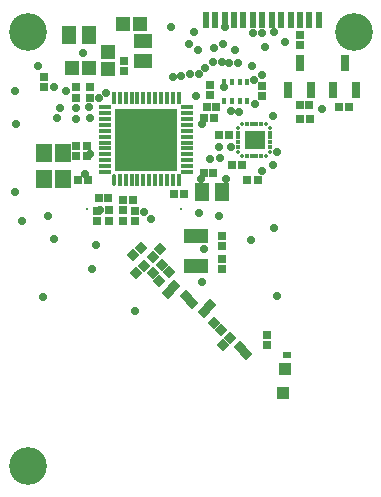
<source format=gts>
%FSTAX23Y23*%
%MOIN*%
%SFA1B1*%

%IPPOS*%
%AMD47*
4,1,8,0.002000,0.007900,-0.002000,0.007900,-0.005900,0.003900,-0.005900,-0.003900,-0.002000,-0.007900,0.002000,-0.007900,0.005900,-0.003900,0.005900,0.003900,0.002000,0.007900,0.0*
1,1,0.007880,0.002000,0.003900*
1,1,0.007880,-0.002000,0.003900*
1,1,0.007880,-0.002000,-0.003900*
1,1,0.007880,0.002000,-0.003900*
%
%AMD49*
4,1,8,0.007900,-0.002000,0.007900,0.002000,0.003900,0.005900,-0.003900,0.005900,-0.007900,0.002000,-0.007900,-0.002000,-0.003900,-0.005900,0.003900,-0.005900,0.007900,-0.002000,0.0*
1,1,0.007880,0.003900,-0.002000*
1,1,0.007880,0.003900,0.002000*
1,1,0.007880,-0.003900,0.002000*
1,1,0.007880,-0.003900,-0.002000*
%
%AMD59*
4,1,4,0.000700,0.021600,-0.021600,-0.000700,-0.000700,-0.021600,0.021600,0.000700,0.000700,0.021600,0.0*
%
%AMD64*
4,1,4,0.021600,-0.000700,-0.000700,0.021600,-0.021600,0.000700,0.000700,-0.021600,0.021600,-0.000700,0.0*
%
%ADD41R,0.023750X0.055240*%
%ADD42O,0.016540X0.038980*%
%ADD43R,0.016540X0.038980*%
%ADD44R,0.038980X0.016540*%
%ADD45R,0.208270X0.208270*%
%ADD46R,0.017720X0.023620*%
G04~CAMADD=47~8~0.0~0.0~118.1~157.5~39.4~0.0~15~0.0~0.0~0.0~0.0~0~0.0~0.0~0.0~0.0~0~0.0~0.0~0.0~0.0~118.1~157.5*
%ADD47D47*%
%ADD48R,0.011810X0.015750*%
G04~CAMADD=49~8~0.0~0.0~118.1~157.5~39.4~0.0~15~0.0~0.0~0.0~0.0~0~0.0~0.0~0.0~0.0~0~0.0~0.0~0.0~270.0~158.0~118.0*
%ADD49D49*%
%ADD50R,0.015750X0.011810*%
%ADD51R,0.070870X0.064570*%
%ADD52R,0.031620X0.029650*%
%ADD53R,0.031620X0.053280*%
%ADD54R,0.029650X0.031620*%
%ADD55R,0.045400X0.045400*%
%ADD56R,0.039500X0.039500*%
%ADD57R,0.043430X0.043430*%
%ADD58R,0.027690X0.023750*%
G04~CAMADD=59~9~0.0~0.0~316.2~296.5~0.0~0.0~0~0.0~0.0~0.0~0.0~0~0.0~0.0~0.0~0.0~0~0.0~0.0~0.0~45.0~432.0~431.0*
%ADD59D59*%
%ADD60R,0.078870X0.047370*%
%ADD61R,0.051310X0.063120*%
%ADD62R,0.053280X0.063120*%
%ADD63R,0.045400X0.045400*%
G04~CAMADD=64~9~0.0~0.0~316.2~296.5~0.0~0.0~0~0.0~0.0~0.0~0.0~0~0.0~0.0~0.0~0.0~0~0.0~0.0~0.0~315.0~432.0~431.0*
%ADD64D64*%
%ADD65R,0.063120X0.051310*%
%ADD66C,0.011940*%
%ADD67C,0.028000*%
%ADD68C,0.031620*%
%ADD69C,0.126110*%
%LNheadset-pcb-1*%
%LPD*%
G54D41*
X00667Y01565D03*
X00698D03*
X0073D03*
X00761D03*
X00793D03*
X00824D03*
X00856D03*
X00887D03*
X00919D03*
X0095D03*
X00982D03*
X01013D03*
X01045D03*
G54D42*
X0036Y0103D03*
G54D43*
X0038Y0103D03*
X004D03*
X0042D03*
X00439D03*
X00459D03*
X00479D03*
X00498D03*
X00518D03*
X00538D03*
X00557D03*
X00577D03*
Y01303D03*
X00557D03*
X00538D03*
X00518D03*
X00498D03*
X00479D03*
X00459D03*
X00439D03*
X0042D03*
X004D03*
X0038D03*
X0036D03*
G54D44*
X00606Y01058D03*
Y01078D03*
Y01097D03*
Y01117D03*
Y01137D03*
Y01156D03*
Y01176D03*
Y01196D03*
Y01216D03*
Y01235D03*
Y01255D03*
Y01275D03*
X00332D03*
Y01255D03*
Y01235D03*
Y01216D03*
Y01196D03*
Y01176D03*
Y01156D03*
Y01137D03*
Y01117D03*
Y01097D03*
Y01078D03*
Y01058D03*
G54D45*
X00469Y01166D03*
G54D46*
X00806Y01295D03*
X0078D03*
X00755D03*
X00729D03*
Y01357D03*
X00755D03*
X0078D03*
X00806D03*
G54D47*
X00788Y01218D03*
X00867D03*
Y01112D03*
X00788D03*
G54D48*
X00804Y01218D03*
X0082D03*
X00836D03*
X00851D03*
Y01112D03*
X00836D03*
X0082D03*
X00804D03*
G54D49*
X00881Y01205D03*
Y01126D03*
X00775D03*
Y01205D03*
G54D50*
X00881Y01189D03*
Y01173D03*
Y01157D03*
Y01142D03*
X00775D03*
Y01157D03*
Y01173D03*
Y01189D03*
G54D51*
X0083Y01165D03*
G54D52*
X0067Y01275D03*
X00703D03*
X0098Y0128D03*
X01013D03*
X00982Y01235D03*
X01015D03*
X01145Y01275D03*
X01111D03*
X00745Y0118D03*
X00711D03*
X00595Y00985D03*
X00561D03*
X0084Y0103D03*
X00806D03*
X00788Y0108D03*
X00755D03*
X0027Y0111D03*
X00236D03*
X00275Y0103D03*
X00241D03*
X0027Y01145D03*
X00236D03*
X00662Y01237D03*
X00695D03*
X0066Y01055D03*
X00693D03*
X00343Y0097D03*
X0031D03*
X00392Y00965D03*
X00426D03*
G54D53*
X0113Y01421D03*
X01167Y01332D03*
X01092D03*
X0098Y01421D03*
X01017Y01332D03*
X00942D03*
G54D54*
X00982Y0148D03*
Y01513D03*
X00683Y01347D03*
Y01314D03*
X00235Y0134D03*
Y01306D03*
X0072Y00845D03*
Y00811D03*
Y00735D03*
Y00768D03*
X00128Y01375D03*
Y01341D03*
X00854Y01345D03*
Y01311D03*
X0028Y0134D03*
Y01306D03*
X00395Y01395D03*
Y01428D03*
X0087Y00515D03*
Y00481D03*
X00345Y00896D03*
Y0093D03*
X0039Y00896D03*
Y0093D03*
X0043Y00895D03*
Y00928D03*
X00305Y00895D03*
Y00928D03*
G54D55*
X00277Y01405D03*
X0022D03*
X00392Y01551D03*
X00449D03*
G54D56*
X00925Y0032D03*
G54D57*
X0093Y004D03*
G54D58*
X00937Y00448D03*
G54D59*
X00426Y00781D03*
X0045Y00805D03*
X00491Y00776D03*
X00515Y008D03*
X0046Y00745D03*
X00436Y00721D03*
X00725Y0048D03*
X00748Y00503D03*
X0066Y0059D03*
X00683Y00613D03*
X0054Y00655D03*
X00563Y00678D03*
G54D60*
X00635Y00843D03*
Y00745D03*
G54D61*
X00278Y01515D03*
X0021D03*
X00723Y0099D03*
X00655D03*
G54D62*
X0019Y01035D03*
Y01121D03*
X00127D03*
Y01035D03*
G54D63*
X0034Y01458D03*
Y01401D03*
G54D64*
X0078Y00475D03*
X00803Y00451D03*
X00695Y00555D03*
X00718Y00531D03*
X006Y00645D03*
X00623Y00621D03*
X00521Y00748D03*
X00545Y00725D03*
X0049Y0072D03*
X00513Y00696D03*
G54D65*
X00458Y01427D03*
Y01496D03*
G54D66*
X0027Y00935D03*
X00584D03*
G54D67*
X0016Y0134D03*
X00235Y01271D03*
X00645Y01385D03*
X00558Y01376D03*
X00665Y01405D03*
X00695Y0147D03*
X00584Y01379D03*
X0075Y0126D03*
X00829Y01365D03*
X00765Y01465D03*
X0089Y01245D03*
X0082Y0141D03*
X00746Y0142D03*
X00855Y0138D03*
X00865Y01474D03*
X00775Y0142D03*
X00855Y0106D03*
X00615Y01385D03*
X00779Y01258D03*
X0072Y01425D03*
X0069D03*
X00725Y01485D03*
X0073Y0154D03*
X00259Y01455D03*
X00729Y0134D03*
X00855Y0152D03*
X00825D03*
X00895Y01525D03*
X00656Y01219D03*
X00107Y01412D03*
X00201Y01329D03*
X0018Y01272D03*
X0028Y01237D03*
X00265Y0105D03*
X0071Y0114D03*
X00753D03*
X00235Y01235D03*
X00172Y01237D03*
X00315Y0093D03*
X0046Y00923D03*
X0064Y01465D03*
X0061Y01485D03*
X00628Y01525D03*
X00895Y0087D03*
X0014Y0091D03*
X00163Y00835D03*
X003Y00815D03*
X0043Y00595D03*
X00125Y0064D03*
X00055Y00895D03*
X0003Y00991D03*
X00905Y00645D03*
X00819Y0083D03*
X0003Y01327D03*
X00711Y0091D03*
X00645Y0092D03*
X00485Y009D03*
X00663Y008D03*
X0055Y0154D03*
X00035Y01217D03*
X00287Y00735D03*
X01055Y01268D03*
X00655Y0069D03*
X0065Y01035D03*
X00335Y0132D03*
X00281Y01117D03*
X0093Y0149D03*
X0083Y01285D03*
X00905Y01125D03*
X00735Y01035D03*
X00714Y01105D03*
X0089Y0108D03*
X00635Y01312D03*
X0031Y01306D03*
X00277Y01275D03*
X0068Y011D03*
G54D68*
X00395Y01095D03*
X00433D03*
X0047D03*
X00508D03*
X00545D03*
X00395Y01131D03*
Y01167D03*
Y01203D03*
X00433Y0124D03*
Y01203D03*
Y01167D03*
Y01131D03*
X0047Y0124D03*
Y01203D03*
Y01167D03*
Y01131D03*
X00508Y0124D03*
Y01203D03*
Y01167D03*
Y01131D03*
X00545Y0124D03*
Y01203D03*
Y01167D03*
Y01131D03*
X00395Y0124D03*
G54D69*
X0116Y01525D03*
X00075D03*
Y00077D03*
M02*
</source>
